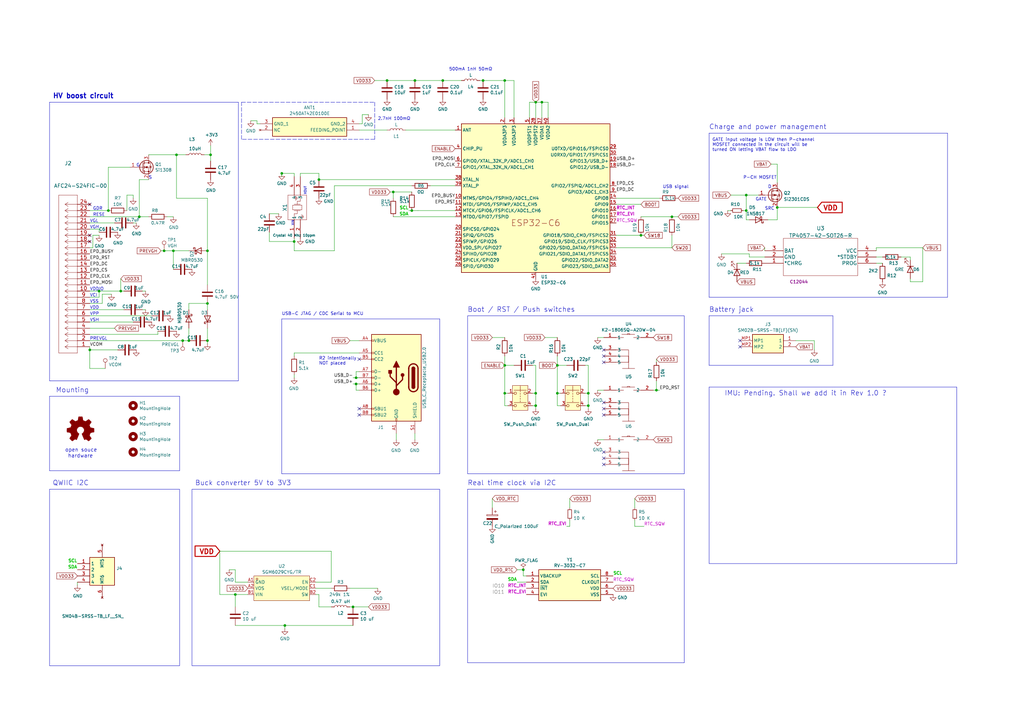
<source format=kicad_sch>
(kicad_sch (version 20230121) (generator eeschema)
  (paper "A3")
  (title_block (title "ESP32C6 ULP low power") (date "2024-09-09") (rev "1.0") (company "FASANI CORP."))
  (junction (at 198.12 33.02))
  (junction (at 85.09 124.46))
  (junction (at 96.52 243.84))
  (junction (at 161.29 78.74))
  (junction (at 120.65 99.06))
  (junction (at 44.45 86.36))
  (junction (at 306.07 86.36))
  (junction (at 146.05 157.48))
  (junction (at 318.77 85.09))
  (junction (at 158.75 33.02))
  (junction (at 71.12 102.87))
  (junction (at 219.71 166.37))
  (junction (at 85.09 139.7))
  (junction (at 306.07 80.01))
  (junction (at 74.93 139.7))
  (junction (at 207.01 149.86))
  (junction (at 115.57 71.12))
  (junction (at 219.71 41.91))
  (junction (at 86.36 63.5))
  (junction (at 36.83 143.51))
  (junction (at 67.31 102.87))
  (junction (at 116.84 256.54))
  (junction (at 241.3 161.29))
  (junction (at 168.91 86.36))
  (junction (at 269.24 160.02))
  (junction (at 228.6 149.86))
  (junction (at 130.81 73.66))
  (junction (at 262.89 96.52))
  (junction (at 207.01 33.02))
  (junction (at 241.3 166.37))
  (junction (at 219.71 161.29))
  (junction (at 181.61 33.02))
  (junction (at 144.78 248.92))
  (junction (at 77.47 139.7))
  (junction (at 49.53 119.38))
  (junction (at 228.6 161.29))
  (junction (at 85.09 102.87))
  (junction (at 170.18 33.02))
  (junction (at 275.59 88.9))
  (junction (at 214.63 233.68))
  (junction (at 207.01 161.29))
  (junction (at 40.64 119.38))
  (junction (at 222.25 41.91))
  (junction (at 146.05 154.94))
  (junction (at 57.15 88.9))
  (junction (at 72.39 63.5))
  (no_connect (at 247.65 165.1))
  (no_connect (at 247.65 187.96))
  (no_connect (at 147.32 147.32))
  (no_connect (at 247.65 143.51))
  (no_connect (at 303.53 142.24))
  (no_connect (at 247.65 148.59))
  (no_connect (at 36.83 83.82))
  (no_connect (at 247.65 167.64))
  (no_connect (at 36.83 96.52))
  (no_connect (at 303.53 139.7))
  (no_connect (at 247.65 170.18))
  (no_connect (at 147.32 170.18))
  (no_connect (at 247.65 146.05))
  (no_connect (at 36.83 99.06))
  (no_connect (at 247.65 190.5))
  (no_connect (at 247.65 185.42))
  (no_connect (at 147.32 167.64))
  (wire (pts (xy 146.05 154.94) (xy 147.32 154.94)))
  (wire (pts (xy 207.01 149.86) (xy 207.01 161.29)))
  (wire (pts (xy 44.45 86.36) (xy 44.45 68.58)))
  (wire (pts (xy 52.07 80.01) (xy 54.61 80.01)))
  (wire (pts (xy 378.46 115.57) (xy 378.46 101.6)))
  (wire (pts (xy 207.01 161.29) (xy 207.01 166.37)))
  (wire (pts (xy 110.49 99.06) (xy 110.49 95.25)))
  (polyline (pts (xy 388.62 121.92) (xy 388.62 54.61)))
  (wire (pts (xy 67.31 102.87) (xy 71.12 102.87)))
  (polyline (pts (xy 153.67 57.15) (xy 99.06 57.15)) (stroke (width 0) (type dash)))
  (wire (pts (xy 120.65 144.78) (xy 120.65 146.05)))
  (wire (pts (xy 77.47 127) (xy 77.47 124.46)))
  (wire (pts (xy 307.34 104.14) (xy 295.91 104.14)))
  (wire (pts (xy 302.26 107.95) (xy 306.07 107.95)))
  (wire (pts (xy 161.29 88.9) (xy 186.69 88.9)))
  (wire (pts (xy 170.18 177.8) (xy 170.18 180.34)))
  (wire (pts (xy 144.78 248.92) (xy 151.13 248.92)))
  (wire (pts (xy 252.73 101.6) (xy 275.59 101.6)))
  (wire (pts (xy 260.35 204.47) (xy 260.35 208.28)))
  (wire (pts (xy 373.38 105.41) (xy 373.38 106.68)))
  (polyline (pts (xy 153.67 41.91) (xy 153.67 57.15)) (stroke (width 0) (type dash)))
  (wire (pts (xy 85.09 124.46) (xy 85.09 127)))
  (polyline (pts (xy 99.06 57.15) (xy 99.06 41.91)) (stroke (width 0) (type dash)))
  (wire (pts (xy 36.83 143.51) (xy 48.26 143.51)))
  (wire (pts (xy 72.39 63.5) (xy 76.2 63.5)))
  (wire (pts (xy 130.81 248.92) (xy 135.89 248.92)))
  (wire (pts (xy 314.96 90.17) (xy 318.77 90.17)))
  (wire (pts (xy 143.51 241.3) (xy 154.94 241.3)))
  (polyline (pts (xy 115.57 194.31) (xy 115.57 130.81)))
  (wire (pts (xy 269.24 156.21) (xy 269.24 160.02)))
  (wire (pts (xy 36.83 142.24) (xy 36.83 143.51)))
  (wire (pts (xy 207.01 48.26) (xy 207.01 33.02)))
  (wire (pts (xy 306.07 90.17) (xy 307.34 90.17)))
  (wire (pts (xy 241.3 167.64) (xy 241.3 166.37)))
  (wire (pts (xy 334.01 143.51) (xy 334.01 139.7)))
  (wire (pts (xy 245.11 138.43) (xy 247.65 138.43)))
  (wire (pts (xy 57.15 73.66) (xy 60.96 73.66)))
  (polyline (pts (xy 191.77 200.66) (xy 280.67 200.66)))
  (wire (pts (xy 252.73 81.28) (xy 270.51 81.28)))
  (wire (pts (xy 196.85 33.02) (xy 198.12 33.02)))
  (wire (pts (xy 40.64 93.98) (xy 40.64 95.25)))
  (wire (pts (xy 207.01 161.29) (xy 208.28 161.29)))
  (wire (pts (xy 171.45 86.36) (xy 186.69 86.36)))
  (wire (pts (xy 222.25 41.91) (xy 219.71 41.91)))
  (wire (pts (xy 85.09 134.62) (xy 85.09 139.7)))
  (wire (pts (xy 207.01 33.02) (xy 198.12 33.02)))
  (wire (pts (xy 101.6 243.84) (xy 96.52 243.84)))
  (wire (pts (xy 96.52 256.54) (xy 116.84 256.54)))
  (wire (pts (xy 85.09 102.87) (xy 85.09 81.28)))
  (wire (pts (xy 228.6 161.29) (xy 229.87 161.29)))
  (wire (pts (xy 64.77 137.16) (xy 64.77 135.89)))
  (wire (pts (xy 378.46 115.57) (xy 373.38 115.57)))
  (wire (pts (xy 40.64 121.92) (xy 40.64 119.38)))
  (wire (pts (xy 168.91 76.2) (xy 137.16 76.2)))
  (wire (pts (xy 168.91 86.36) (xy 171.45 86.36)) (stroke (width 0) (color 0 132 0 1)))
  (wire (pts (xy 228.6 161.29) (xy 228.6 166.37)))
  (wire (pts (xy 130.81 243.84) (xy 130.81 248.92)))
  (wire (pts (xy 148.59 46.99) (xy 148.59 50.8)))
  (wire (pts (xy 71.12 102.87) (xy 77.47 102.87)))
  (polyline (pts (xy 73.66 193.04) (xy 20.32 193.04)))
  (wire (pts (xy 86.36 59.69) (xy 86.36 63.5)))
  (wire (pts (xy 66.04 102.87) (xy 67.31 102.87)))
  (wire (pts (xy 260.35 213.36) (xy 260.35 215.9)))
  (wire (pts (xy 298.45 86.36) (xy 299.72 86.36)))
  (wire (pts (xy 223.52 138.43) (xy 228.6 138.43)))
  (wire (pts (xy 269.24 160.02) (xy 267.97 160.02)))
  (wire (pts (xy 151.13 46.99) (xy 148.59 46.99)))
  (wire (pts (xy 260.35 215.9) (xy 264.16 215.9)))
  (wire (pts (xy 153.67 33.02) (xy 158.75 33.02)))
  (wire (pts (xy 201.93 208.28) (xy 201.93 204.47)))
  (wire (pts (xy 224.79 48.26) (xy 224.79 41.91)))
  (wire (pts (xy 228.6 149.86) (xy 228.6 161.29)))
  (wire (pts (xy 105.41 50.8) (xy 105.41 49.53)))
  (wire (pts (xy 36.83 101.6) (xy 38.1 101.6)))
  (wire (pts (xy 373.38 114.3) (xy 373.38 115.57)))
  (wire (pts (xy 49.53 119.38) (xy 50.8 119.38)))
  (wire (pts (xy 306.07 86.36) (xy 306.07 90.17)))
  (wire (pts (xy 262.89 88.9) (xy 275.59 88.9)))
  (wire (pts (xy 214.63 236.22) (xy 214.63 233.68)))
  (wire (pts (xy 130.81 71.12) (xy 130.81 73.66)))
  (wire (pts (xy 269.24 147.32) (xy 269.24 148.59)))
  (wire (pts (xy 369.57 105.41) (xy 373.38 105.41)))
  (wire (pts (xy 36.83 151.13) (xy 43.18 151.13)))
  (wire (pts (xy 146.05 160.02) (xy 146.05 157.48)))
  (polyline (pts (xy 180.34 130.81) (xy 180.34 194.31)))
  (wire (pts (xy 262.89 96.52) (xy 252.73 96.52)))
  (wire (pts (xy 146.05 152.4) (xy 146.05 154.94)))
  (wire (pts (xy 219.71 166.37) (xy 219.71 161.29)))
  (wire (pts (xy 161.29 78.74) (xy 168.91 78.74)))
  (wire (pts (xy 219.71 166.37) (xy 218.44 166.37)))
  (wire (pts (xy 241.3 161.29) (xy 241.3 149.86)))
  (wire (pts (xy 222.25 41.91) (xy 222.25 48.26)))
  (wire (pts (xy 245.11 160.02) (xy 247.65 160.02)))
  (wire (pts (xy 60.96 88.9) (xy 57.15 88.9)))
  (wire (pts (xy 93.98 233.68) (xy 96.52 233.68)))
  (wire (pts (xy 129.54 243.84) (xy 130.81 243.84)))
  (wire (pts (xy 85.09 81.28) (xy 72.39 81.28)))
  (wire (pts (xy 96.52 238.76) (xy 101.6 238.76)))
  (wire (pts (xy 146.05 157.48) (xy 147.32 157.48)))
  (wire (pts (xy 210.82 48.26) (xy 210.82 33.02)))
  (wire (pts (xy 144.78 154.94) (xy 146.05 154.94)))
  (wire (pts (xy 90.17 226.06) (xy 135.89 226.06)))
  (wire (pts (xy 158.75 33.02) (xy 170.18 33.02)))
  (wire (pts (xy 115.57 71.12) (xy 120.65 71.12)))
  (wire (pts (xy 241.3 161.29) (xy 240.03 161.29)))
  (wire (pts (xy 143.51 248.92) (xy 144.78 248.92)))
  (wire (pts (xy 212.09 238.76) (xy 215.9 238.76)))
  (wire (pts (xy 72.39 63.5) (xy 60.96 63.5)))
  (wire (pts (xy 90.17 243.84) (xy 90.17 226.06)))
  (wire (pts (xy 201.93 138.43) (xy 207.01 138.43)))
  (wire (pts (xy 74.93 139.7) (xy 77.47 139.7)))
  (polyline (pts (xy 341.63 129.54) (xy 341.63 149.86)))
  (wire (pts (xy 359.41 101.6) (xy 359.41 102.87)))
  (wire (pts (xy 147.32 152.4) (xy 146.05 152.4)))
  (wire (pts (xy 54.61 80.01) (xy 54.61 81.28)))
  (wire (pts (xy 71.12 110.49) (xy 71.12 102.87)))
  (wire (pts (xy 36.83 132.08) (xy 54.61 132.08)))
  (wire (pts (xy 36.83 86.36) (xy 44.45 86.36)))
  (wire (pts (xy 96.52 248.92) (xy 96.52 243.84)))
  (wire (pts (xy 318.77 67.31) (xy 318.77 74.93)))
  (wire (pts (xy 129.54 238.76) (xy 135.89 238.76)))
  (wire (pts (xy 31.75 240.03) (xy 31.75 238.76)))
  (wire (pts (xy 36.83 91.44) (xy 46.99 91.44)))
  (wire (pts (xy 52.07 86.36) (xy 52.07 80.01)))
  (wire (pts (xy 36.83 139.7) (xy 74.93 139.7)))
  (wire (pts (xy 120.65 71.12) (xy 120.65 72.39)))
  (wire (pts (xy 210.82 33.02) (xy 207.01 33.02)))
  (wire (pts (xy 313.69 101.6) (xy 313.69 102.87)))
  (wire (pts (xy 36.83 137.16) (xy 64.77 137.16)))
  (wire (pts (xy 207.01 149.86) (xy 210.82 149.86)))
  (wire (pts (xy 36.83 129.54) (xy 62.23 129.54)))
  (polyline (pts (xy 20.32 162.56) (xy 73.66 162.56)))
  (polyline (pts (xy 280.67 271.78) (xy 280.67 200.66)))
  (wire (pts (xy 36.83 121.92) (xy 40.64 121.92)))
  (wire (pts (xy 316.23 67.31) (xy 318.77 67.31)))
  (wire (pts (xy 361.95 105.41) (xy 359.41 105.41)))
  (polyline (pts (xy 290.83 54.61) (xy 290.83 121.92)))
  (wire (pts (xy 86.36 63.5) (xy 86.36 66.04)))
  (wire (pts (xy 58.42 127) (xy 59.69 127)))
  (wire (pts (xy 40.64 119.38) (xy 49.53 119.38)))
  (wire (pts (xy 49.53 114.3) (xy 49.53 119.38)))
  (wire (pts (xy 105.41 50.8) (xy 106.68 50.8)))
  (wire (pts (xy 41.91 120.65) (xy 45.72 120.65)))
  (wire (pts (xy 228.6 149.86) (xy 232.41 149.86)))
  (wire (pts (xy 148.59 50.8) (xy 147.32 50.8)))
  (wire (pts (xy 85.09 102.87) (xy 85.09 116.84)))
  (wire (pts (xy 307.34 105.41) (xy 307.34 104.14)))
  (wire (pts (xy 232.41 215.9) (xy 233.68 215.9)))
  (wire (pts (xy 71.12 88.9) (xy 68.58 88.9)))
  (wire (pts (xy 96.52 233.68) (xy 96.52 238.76)))
  (wire (pts (xy 378.46 101.6) (xy 359.41 101.6)))
  (wire (pts (xy 115.57 72.39) (xy 115.57 71.12)))
  (wire (pts (xy 59.69 119.38) (xy 58.42 119.38)))
  (wire (pts (xy 77.47 134.62) (xy 77.47 139.7)))
  (wire (pts (xy 219.71 161.29) (xy 219.71 149.86)))
  (wire (pts (xy 359.41 107.95) (xy 361.95 107.95)))
  (wire (pts (xy 77.47 124.46) (xy 85.09 124.46)))
  (wire (pts (xy 120.65 99.06) (xy 120.65 97.79)))
  (wire (pts (xy 123.19 71.12) (xy 123.19 72.39)))
  (wire (pts (xy 120.65 99.06) (xy 110.49 99.06)))
  (wire (pts (xy 160.02 78.74) (xy 161.29 78.74)))
  (wire (pts (xy 318.77 85.09) (xy 335.28 85.09)))
  (wire (pts (xy 181.61 33.02) (xy 189.23 33.02)))
  (wire (pts (xy 166.37 53.34) (xy 186.69 53.34)))
  (wire (pts (xy 228.6 146.05) (xy 228.6 149.86)))
  (wire (pts (xy 219.71 161.29) (xy 218.44 161.29)))
  (wire (pts (xy 123.19 71.12) (xy 130.81 71.12)))
  (wire (pts (xy 270.51 160.02) (xy 269.24 160.02)))
  (wire (pts (xy 275.59 96.52) (xy 275.59 101.6)))
  (wire (pts (xy 38.1 96.52) (xy 40.64 96.52)))
  (wire (pts (xy 241.3 149.86) (xy 240.03 149.86)))
  (wire (pts (xy 129.54 241.3) (xy 135.89 241.3)))
  (wire (pts (xy 147.32 144.78) (xy 120.65 144.78)))
  (wire (pts (xy 219.71 167.64) (xy 219.71 166.37)))
  (wire (pts (xy 41.91 124.46) (xy 41.91 120.65)))
  (wire (pts (xy 217.17 41.91) (xy 217.17 48.26)))
  (wire (pts (xy 207.01 166.37) (xy 208.28 166.37)))
  (polyline (pts (xy 290.83 54.61) (xy 388.62 54.61)))
  (wire (pts (xy 212.09 233.68) (xy 214.63 233.68)))
  (wire (pts (xy 304.8 86.36) (xy 306.07 86.36)))
  (wire (pts (xy 162.56 177.8) (xy 162.56 180.34)))
  (wire (pts (xy 38.1 101.6) (xy 38.1 96.52)))
  (wire (pts (xy 85.09 140.97) (xy 85.09 139.7)))
  (polyline (pts (xy 191.77 271.78) (xy 280.67 271.78)))
  (wire (pts (xy 262.89 83.82) (xy 252.73 83.82)))
  (wire (pts (xy 55.88 91.44) (xy 54.61 91.44)))
  (polyline (pts (xy 290.83 129.54) (xy 290.83 149.86)))
  (wire (pts (xy 57.15 73.66) (xy 57.15 88.9)))
  (wire (pts (xy 299.72 80.01) (xy 306.07 80.01)))
  (wire (pts (xy 219.71 41.91) (xy 217.17 41.91)))
  (wire (pts (xy 36.83 119.38) (xy 40.64 119.38)))
  (wire (pts (xy 245.11 180.34) (xy 247.65 180.34)))
  (wire (pts (xy 130.81 73.66) (xy 186.69 73.66)))
  (wire (pts (xy 116.84 256.54) (xy 116.84 257.81)))
  (polyline (pts (xy 290.83 121.92) (xy 388.62 121.92)))
  (wire (pts (xy 241.3 166.37) (xy 240.03 166.37)))
  (wire (pts (xy 147.32 160.02) (xy 146.05 160.02)))
  (wire (pts (xy 207.01 146.05) (xy 207.01 149.86)))
  (wire (pts (xy 318.77 90.17) (xy 318.77 85.09)))
  (wire (pts (xy 36.83 88.9) (xy 57.15 88.9)))
  (polyline (pts (xy 290.83 129.54) (xy 341.63 129.54)))
  (wire (pts (xy 144.78 157.48) (xy 146.05 157.48)))
  (wire (pts (xy 313.69 105.41) (xy 307.34 105.41)))
  (wire (pts (xy 306.07 80.01) (xy 306.07 86.36)))
  (polyline (pts (xy 73.66 162.56) (xy 73.66 193.04)))
  (wire (pts (xy 176.53 76.2) (xy 186.69 76.2)))
  (wire (pts (xy 161.29 78.74) (xy 161.29 81.28)))
  (wire (pts (xy 44.45 68.58) (xy 53.34 68.58)))
  (polyline (pts (xy 341.63 149.86) (xy 290.83 149.86)))
  (wire (pts (xy 278.13 88.9) (xy 275.59 88.9)))
  (wire (pts (xy 233.68 204.47) (xy 233.68 208.28)))
  (wire (pts (xy 135.89 238.76) (xy 135.89 226.06)))
  (wire (pts (xy 233.68 215.9) (xy 233.68 213.36)))
  (wire (pts (xy 72.39 81.28) (xy 72.39 63.5)))
  (wire (pts (xy 36.83 143.51) (xy 36.83 151.13)))
  (wire (pts (xy 36.83 127) (xy 50.8 127)))
  (wire (pts (xy 334.01 139.7) (xy 326.39 139.7)))
  (wire (pts (xy 215.9 236.22) (xy 214.63 236.22)))
  (wire (pts (xy 143.51 139.7) (xy 147.32 139.7)))
  (wire (pts (xy 36.83 124.46) (xy 41.91 124.46)))
  (wire (pts (xy 137.16 102.87) (xy 120.65 102.87)))
  (wire (pts (xy 219.71 149.86) (xy 218.44 149.86)))
  (wire (pts (xy 46.99 134.62) (xy 36.83 134.62)))
  (wire (pts (xy 120.65 102.87) (xy 120.65 99.06)))
  (wire (pts (xy 224.79 41.91) (xy 222.25 41.91)))
  (polyline (pts (xy 191.77 200.66) (xy 191.77 271.78)))
  (polyline (pts (xy 115.57 194.31) (xy 180.34 194.31)))
  (wire (pts (xy 120.65 154.94) (xy 120.65 153.67)))
  (polyline (pts (xy 20.32 162.56) (xy 20.32 193.04)))
  (wire (pts (xy 36.83 93.98) (xy 40.64 93.98)))
  (wire (pts (xy 83.82 63.5) (xy 86.36 63.5)))
  (wire (pts (xy 170.18 33.02) (xy 181.61 33.02)))
  (wire (pts (xy 144.78 256.54) (xy 116.84 256.54)))
  (polyline (pts (xy 99.06 41.91) (xy 153.67 41.91)) (stroke (width 0) (type dash)))
  (wire (pts (xy 137.16 76.2) (xy 137.16 102.87)))
  (wire (pts (xy 96.52 243.84) (xy 90.17 243.84)))
  (wire (pts (xy 158.75 53.34) (xy 147.32 53.34)))
  (wire (pts (xy 167.64 86.36) (xy 168.91 86.36)) (stroke (width 0) (color 0 132 0 1)))
  (wire (pts (xy 105.41 49.53) (xy 102.87 49.53)))
  (wire (pts (xy 228.6 166.37) (xy 229.87 166.37)))
  (wire (pts (xy 306.07 80.01) (xy 311.15 80.01)))
  (wire (pts (xy 219.71 41.91) (xy 219.71 48.26)))
  (polyline (pts (xy 115.57 130.81) (xy 180.34 130.81)))
  (wire (pts (xy 241.3 166.37) (xy 241.3 161.29)))
  (wire (pts (xy 264.16 96.52) (xy 262.89 96.52)))
  (wire (pts (xy 114.3 87.63) (xy 110.49 87.63)))
  (rectangle (start 20.32 200.66) (end 73.66 273.05))
  (rectangle (start 20.32 41.91) (end 97.79 156.21))
  (rectangle (start 78.74 200.66) (end 180.34 273.05))
  (rectangle (start 191.77 129.54) (end 280.67 194.31))
  (rectangle (start 290.83 158.75) (end 392.43 231.14))
  (text "USB-C JTAG / CDC Serial to MCU" (at 115.57 129.54 0) (effects (font (size 1.27 1.27)) (justify left bottom)))
  (text "D" (at 314.96 77.47 0) (effects (font (size 1.27 1.27)) (justify left bottom)))
  (text "Mounting" (at 22.86 161.29 0) (effects (font (size 2 2)) (justify left bottom)))
  (text "IO10" (at 201.93 241.3 0) (effects (font (size 1.4 1.4)) (justify left bottom)))
  (text "VGH" (at 36.83 93.98 0) (effects (font (size 1.27 1.27)) (justify left bottom)))
  (text "RESE" (at 38.1 88.9 0) (effects (font (size 1.27 1.27)) (justify left bottom)))
  (text "IMU: Pending. Shall we add it in Rev 1.0 ?" (at 297.18 162.56 0) (effects (font (size 2 2)) (justify left bottom)))
  (text "G" (at 55.88 68.58 0) (effects (font (size 1.27 1.27)) (justify left bottom)))
  (text "VGL" (at 36.83 91.44 0) (effects (font (size 1.27 1.27)) (justify left bottom)))
  (text "HV boost circuit" (at 21.59 40.64 0) (effects (font (size 2 2) (thickness 0.4) bold) (justify left bottom)))
  (text "Buck converter 5V to 3V3" (at 80.01 199.39 0) (effects (font (size 2 2)) (justify left bottom)))
  (text "XOUT" (at 125.73 80.01 90) (effects (font (size 0.9 0.9)) (justify left bottom)))
  (text "Real time clock via I2C" (at 191.77 199.39 0) (effects (font (size 2 2)) (justify left bottom)))
  (text "500mA 1nH 50mΩ" (at 184.15 29.21 0) (effects (font (size 1.27 1.27)) (justify left bottom)))
  (text "VSH" (at 36.83 132.08 0) (effects (font (size 1.27 1.27)) (justify left bottom)))
  (text "VPP" (at 36.83 129.54 0) (effects (font (size 1.27 1.27)) (justify left bottom)))
  (text "QWIIC I2C" (at 21.59 199.39 0) (effects (font (size 2 2)) (justify left bottom)))
  (text "SRC" (at 313.69 86.36 0) (effects (font (size 1.27 1.27)) (justify left bottom)))
  (text "GATE" (at 309.88 82.55 0) (effects (font (size 1.27 1.27)) (justify left bottom)))
  (text "open souce\n hardware" (at 26.67 187.96 0) (effects (font (size 1.5 1.5)) (justify left bottom)))
  (text "GDR" (at 38.1 86.36 0) (effects (font (size 1.27 1.27)) (justify left bottom)))
  (text "P-CH MOSFET" (at 304.8 73.66 0) (effects (font (size 1.27 1.27)) (justify left bottom)))
  (text "R2 intentionally\nNOT placed" (at 130.81 149.86 0) (effects (font (size 1.27 1.27)) (justify left bottom)))
  (text "Battery jack" (at 290.83 128.27 0) (effects (font (size 2 2)) (justify left bottom)))
  (text "IO11" (at 201.93 243.84 0) (effects (font (size 1.4 1.4)) (justify left bottom)))
  (text "Boot / RST / Push switches" (at 191.77 128.27 0) (effects (font (size 2 2)) (justify left bottom)))
  (text "VDDIO" (at 36.83 119.38 0) (effects (font (size 1.27 1.27)) (justify left bottom)))
  (text "GATE input voltage is LOW then P-channel \nMOSFET connected in the circuit will be \nturned ON letting VBAT flow to LDO" (at 292.1 62.23 0) (effects (font (size 1.27 1.27)) (justify left bottom)))
  (text "USB signal" (at 271.78 77.47 0) (effects (font (size 1.27 1.27)) (justify left bottom)))
  (text "PREVGL" (at 36.83 139.7 0) (effects (font (size 1.27 1.27)) (justify left bottom)))
  (text "XIN" (at 120.65 92.71 90) (effects (font (size 0.9 0.9)) (justify left bottom)))
  (text "2.7nH 100mΩ" (at 154.94 49.53 0) (effects (font (size 1.27 1.27)) (justify left bottom)))
  (text "VSS" (at 36.83 124.46 0) (effects (font (size 1.27 1.27)) (justify left bottom)))
  (text "VCI" (at 36.83 121.92 0) (effects (font (size 1.27 1.27)) (justify left bottom)))
  (text "Charge and power management" (at 290.83 53.34 0) (effects (font (size 2 2)) (justify left bottom)))
  (text "S" (at 60.96 73.66 0) (effects (font (size 1.27 1.27)) (justify left bottom)))
  (text "VDD" (at 36.83 127 0) (effects (font (size 1.27 1.27)) (justify left bottom)))
  (label "EPD_BUSY" (at 36.83 104.14 0))
  (label "EPD_MOSI" (at 36.83 116.84 0))
  (label "VCOM" (at 36.83 142.24 0))
  (label "EPD_CS" (at 36.83 111.76 0))
  (label "SCL" (at 167.64 86.36 180) (effects (font (thickness 0.254) bold)))
  (label "SDA" (at 31.75 233.68 180) (effects (font (thickness 0.254) bold)))
  (label "EPD_RST" (at 36.83 106.68 0))
  (label "USB_D+" (at 144.78 157.48 180))
  (label "EPD_RST" (at 186.69 83.82 180))
  (label "EPD_CLK" (at 36.83 114.3 0))
  (label "RTC_EVI" (at 232.41 215.9 180) (effects (font (thickness 0.254) bold)))
  (label "SDA" (at 212.09 238.76 180) (effects (font (thickness 0.254) bold)))
  (label "EPD_DC" (at 252.73 78.74 0))
  (label "RTC_SQW" (at 251.46 238.76 0))
  (label "RTC_EVI" (at 252.73 88.9 0) (effects (font (thickness 0.254) bold)))
  (label "EPD_DC" (at 36.83 109.22 0))
  (label "SCL" (at 31.75 231.14 180) (effects (font (thickness 0.254) bold)))
  (label "EPD_MOSI" (at 186.69 66.04 180))
  (label "EPD_CS" (at 252.73 76.2 0))
  (label "USB_D+" (at 252.73 66.04 0))
  (label "RTC_SQW" (at 252.73 91.44 0))
  (label "EPD_RST" (at 270.51 160.02 0))
  (label "USB_D-" (at 144.78 154.94 180))
  (label "RTC_EVI" (at 215.9 243.84 180) (effects (font (thickness 0.254) bold)))
  (label "SDA" (at 167.64 88.9 180) (effects (font (thickness 0.254) bold)))
  (label "RTC_INT" (at 215.9 241.3 180) (effects (font (thickness 0.254) bold)))
  (label "RTC_INT" (at 252.73 86.36 0) (effects (font (thickness 0.254) bold)))
  (label "USB_D-" (at 252.73 68.58 0))
  (label "SCL" (at 251.46 236.22 0) (effects (font (thickness 0.254) bold)))
  (label "RTC_SQW" (at 264.16 215.9 0))
  (label "EPD_CLK" (at 186.69 68.58 180))
  (label "EPD_BUSY" (at 186.69 81.28 180))
  (global_label "PREVGH" (shape input) (at 46.99 134.62 0) (property "Intersheetrefs" "${INTERSHEET_REFS}" (effects hide)))
  (global_label "VBUS" (shape input) (at 378.46 101.6 0) (property "Intersheetrefs" "${INTERSHEET_REFS}" (effects hide)))
  (global_label "VBAT" (shape input) (at 313.69 101.6 180) (property "Intersheetrefs" "${INTERSHEET_REFS}" (effects hide)))
  (global_label "VDD_RTC" (shape input) (at 212.09 233.68 180) (property "Intersheetrefs" "${INTERSHEET_REFS}" (effects hide)))
  (global_label "VDD33" (shape input) (at 101.6 241.3 180) (property "Intersheetrefs" "${INTERSHEET_REFS}" (effects hide)) (property "Referenzen zwischen Schaltplänen" "${INTERSHEET_REFS}" (effects hide)))
  (global_label "VBUS" (shape input) (at 143.51 139.7 180) (property "Intersheetrefs" "${INTERSHEET_REFS}" (effects hide)) (property "Referenzen zwischen Schaltplänen" "${INTERSHEET_REFS}" (effects hide)))
  (global_label "SW20" (shape input) (at 275.59 101.6 0) (property "Intersheetrefs" "${INTERSHEET_REFS}" (effects hide)))
  (global_label "ENABLE" (shape input) (at 186.69 60.96 180) (property "Intersheetrefs" "${INTERSHEET_REFS}" (effects hide)))
  (global_label "SW20" (shape input) (at 267.97 180.34 0) (property "Intersheetrefs" "${INTERSHEET_REFS}" (effects hide)))
  (global_label "BOOT" (shape input) (at 228.6 149.86 180) (property "Intersheetrefs" "${INTERSHEET_REFS}" (effects hide)))
  (global_label "VDD" (shape input) (at 90.17 226.06 180) (effects (font (size 2 2) (thickness 0.4) bold)) (property "Intersheetrefs" "${INTERSHEET_REFS}" (effects hide)))
  (global_label "BOOT" (shape input) (at 262.89 83.82 0) (property "Intersheetrefs" "${INTERSHEET_REFS}" (effects hide)))
  (global_label "VDD" (shape input) (at 335.28 85.09 0) (effects (font (size 2 2) (thickness 0.4) bold)) (property "Intersheetrefs" "${INTERSHEET_REFS}" (effects hide)))
  (global_label "VDD33" (shape input) (at 31.75 236.22 180) (property "Intersheetrefs" "${INTERSHEET_REFS}" (effects hide)) (property "Referenzen zwischen Schaltplänen" "${INTERSHEET_REFS}" (effects hide)))
  (global_label "VDD33" (shape input) (at 219.71 41.91 90) (property "Intersheetrefs" "${INTERSHEET_REFS}" (effects hide)) (property "Referenzen zwischen Schaltplänen" "${INTERSHEET_REFS}" (effects hide)))
  (global_label "VDD33" (shape input) (at 260.35 204.47 0) (property "Intersheetrefs" "${INTERSHEET_REFS}" (effects hide)) (property "Referenzen zwischen Schaltplänen" "${INTERSHEET_REFS}" (effects hide)))
  (global_label "ENABLE" (shape input) (at 207.01 149.86 180) (property "Intersheetrefs" "${INTERSHEET_REFS}" (effects hide)))
  (global_label "VBUS" (shape input) (at 302.26 115.57 0) (property "Intersheetrefs" "${INTERSHEET_REFS}" (effects hide)))
  (global_label "VDD33" (shape input) (at 201.93 138.43 180) (property "Intersheetrefs" "${INTERSHEET_REFS}" (effects hide)) (property "Referenzen zwischen Schaltplänen" "${INTERSHEET_REFS}" (effects hide)))
  (global_label "VDD33" (shape input) (at 278.13 81.28 0) (property "Intersheetrefs" "${INTERSHEET_REFS}" (effects hide)) (property "Referenzen zwischen Schaltplänen" "${INTERSHEET_REFS}" (effects hide)))
  (global_label "VDD33" (shape input) (at 153.67 33.02 180) (property "Intersheetrefs" "${INTERSHEET_REFS}" (effects hide)) (property "Referenzen zwischen Schaltplänen" "${INTERSHEET_REFS}" (effects hide)))
  (global_label "VDD33" (shape input) (at 151.13 248.92 0) (property "Intersheetrefs" "${INTERSHEET_REFS}" (effects hide)) (property "Referenzen zwischen Schaltplänen" "${INTERSHEET_REFS}" (effects hide)))
  (global_label "VDD33" (shape input) (at 233.68 204.47 0) (property "Intersheetrefs" "${INTERSHEET_REFS}" (effects hide)) (property "Referenzen zwischen Schaltplänen" "${INTERSHEET_REFS}" (effects hide)))
  (global_label "VDD33" (shape input) (at 251.46 241.3 0) (property "Intersheetrefs" "${INTERSHEET_REFS}" (effects hide)) (property "Referenzen zwischen Schaltplänen" "${INTERSHEET_REFS}" (effects hide)))
  (global_label "VDD33" (shape input) (at 269.24 147.32 0) (property "Intersheetrefs" "${INTERSHEET_REFS}" (effects hide)) (property "Referenzen zwischen Schaltplänen" "${INTERSHEET_REFS}" (effects hide)))
  (global_label "VDD_RTC" (shape input) (at 201.93 204.47 0) (property "Intersheetrefs" "${INTERSHEET_REFS}" (effects hide)))
  (global_label "SW18" (shape input) (at 267.97 138.43 0) (property "Intersheetrefs" "${INTERSHEET_REFS}" (effects hide)))
  (global_label "VDD33" (shape input) (at 278.13 88.9 0) (property "Intersheetrefs" "${INTERSHEET_REFS}" (effects hide)) (property "Referenzen zwischen Schaltplänen" "${INTERSHEET_REFS}" (effects hide)))
  (global_label "VDD33" (shape input) (at 49.53 114.3 0) (property "Intersheetrefs" "${INTERSHEET_REFS}" (effects hide)) (property "Referenzen zwischen Schaltplänen" "${INTERSHEET_REFS}" (effects hide)))
  (global_label "SW18" (shape input) (at 264.16 96.52 0) (property "Intersheetrefs" "${INTERSHEET_REFS}" (effects hide)))
  (global_label "VBAT" (shape input) (at 316.23 67.31 180) (property "Intersheetrefs" "${INTERSHEET_REFS}" (effects hide)))
  (global_label "VBAT" (shape input) (at 326.39 142.24 0) (property "Intersheetrefs" "${INTERSHEET_REFS}" (effects hide)))
  (global_label "VDD33" (shape input) (at 223.52 138.43 180) (property "Intersheetrefs" "${INTERSHEET_REFS}" (effects hide)) (property "Referenzen zwischen Schaltplänen" "${INTERSHEET_REFS}" (effects hide)))
  (global_label "VBUS" (shape input) (at 299.72 80.01 180) (property "Intersheetrefs" "${INTERSHEET_REFS}" (effects hide)))
  (global_label "PREVGH" (shape input) (at 66.04 102.87 180) (property "Intersheetrefs" "${INTERSHEET_REFS}" (effects hide)))
  (global_label "VDD33" (shape input) (at 160.02 78.74 180) (property "Intersheetrefs" "${INTERSHEET_REFS}" (effects hide)) (property "Referenzen zwischen Schaltplänen" "${INTERSHEET_REFS}" (effects hide)))
  (symbol (lib_id "QWIIC:SM04B-SRSS-TB_LF__SN_") (at 31.75 231.14 0) (unit 1)
    (property "Reference" "J4" (at 47.752 233.1029 0) (effects (justify left)))
    (property "Value" "SM04B-SRSS-TB_LF__SN_" (at 25.4 252.73 0) (effects (justify left)))
    (property "Footprint" "footprints:QWIIC_SM04B-SRSS-TB_LFSN_" (effects hide))
    (property "Datasheet" "http://www.jst-mfg.com/product/pdf/eng/eSH.pdf" (effects hide))
    (property "Height" "4 mm" (effects hide))
    (property "Manufacturer_Name" "JST (JAPAN SOLDERLESS TERMINALS)" (effects hide))
    (property "Manufacturer_Part_Number" "SM04B-SRSS-TB(LF)(SN)" (effects hide))
    (property "LCSC" "C160404" (effects hide))
  )
  (symbol (lib_id "easyeda:K2-1806SQ-A2DW-04") (at 257.81 165.1 0) (unit 1)
    (property "Reference" "U5" (at 257.81 154.4827 0))
    (property "Value" "K2-1806SQ-A2DW-04" (effects hide))
    (property "Footprint" "footprints:KEY-SMD_K2-1806SQ-A3DW-04" (effects hide))
    (property "LCSC Part" "C19100323" (effects hide))
  )
  (symbol (lib_id "Device:C") (at 58.42 132.08 270) (unit 1)
    (property "Reference" "C11" (at 55.88 130.81 90))
    (property "Value" "4.7uF" (at 62.23 130.81 90))
    (property "Footprint" "Capacitor_SMD:C_0805_2012Metric_Pad1.18x1.45mm_HandSolder" (effects hide))
    (property "LCSC" "C1779" (effects hide))
  )
  (symbol (lib_id "Device:R") (at 139.7 241.3 90) (unit 1)
    (property "Reference" "R3" (at 140.97 238.76 90) (effects (justify left)))
    (property "Value" "249k 1%" (at 143.51 243.84 90) (effects (justify left)))
    (property "Footprint" "Resistor_SMD:R_0603_1608Metric" (effects hide))
    (property "LCSC" "C6945215" (effects hide))
  )
  (symbol (lib_id "easyeda:K2-1806SQ-A2DW-04") (at 257.81 185.42 0) (unit 1)
    (property "Reference" "U6" (at 257.81 174.8027 0))
    (property "Value" "K2-1806SQ-A2DW-04" (effects hide))
    (property "Footprint" "footprints:KEY-SMD_K2-1806SQ-A3DW-04" (effects hide))
    (property "LCSC Part" "C19100323" (effects hide))
  )
  (symbol (lib_id "power:GND") (at 219.71 114.3 0) (unit 1)
    (property "Reference" "#PWR07" (effects hide))
    (property "Value" "GND" (at 219.71 118.4331 0))
  )
  (symbol (lib_id "Device:L") (at 162.56 53.34 90) (unit 1)
    (property "Reference" "L1" (at 162.56 55.88 90))
    (property "Value" "L" (at 162.56 51.1146 90))
    (property "Footprint" "Inductor_SMD:L_0603_1608Metric" (effects hide))
    (property "Datasheet" "https://jlcpcb.com/partdetail/ChilisinElec-BSCH001608082N7S00/C5252358" (effects hide))
    (property "LCSC" "C5252358" (effects hide))
  )
  (symbol (lib_id "power:GND") (at 170.18 180.34 0) (mirror y) (unit 1)
    (property "Reference" "#PWR04" (effects hide))
    (property "Value" "GND" (at 170.053 184.7342 0))
  )
  (symbol (lib_id "Switch:SW_Push_Dual") (at 234.95 163.83 0) (unit 1)
    (property "Reference" "SW2" (at 234.95 154.0977 0))
    (property "Value" "SW_Push_Dual" (at 234.95 173.99 0))
    (property "Footprint" "footprints:switch_SKSVCCE010" (effects hide))
    (property "LCSC" "C325005" (effects hide))
  )
  (symbol (lib_id "power:GND") (at 31.75 240.03 0) (unit 1)
    (property "Reference" "#PWR020" (effects hide))
    (property "Value" "GND" (at 31.877 244.4242 0))
  )
  (symbol (lib_id "power:GND") (at 93.98 233.68 0) (unit 1)
    (property "Reference" "#PWR08" (effects hide))
    (property "Value" "GND" (at 93.98 237.8131 0))
  )
  (symbol (lib_id "power:GND") (at 40.64 96.52 0) (unit 1)
    (property "Reference" "#PWR017" (effects hide))
    (property "Value" "GND" (at 40.767 100.9142 0))
  )
  (symbol (lib_id "power:GND") (at 55.88 143.51 0) (unit 1)
    (property "Reference" "#PWR023" (effects hide))
    (property "Value" "GND" (effects hide))
  )
  (symbol (lib_id "Device:C") (at 52.07 143.51 270) (unit 1)
    (property "Reference" "C8" (at 49.53 142.24 90))
    (property "Value" "1uF" (at 54.61 142.24 90))
    (property "Footprint" "Capacitor_SMD:C_0805_2012Metric_Pad1.18x1.45mm_HandSolder" (effects hide))
    (property "LCSC" "C28323" (effects hide))
  )
  (symbol (lib_id "Device:C") (at 50.8 91.44 270) (unit 1)
    (property "Reference" "C7" (at 48.26 90.17 90))
    (property "Value" "4.7uF" (at 54.61 90.17 90))
    (property "Footprint" "Capacitor_SMD:C_0805_2012Metric_Pad1.18x1.45mm_HandSolder" (effects hide))
    (property "LCSC" "C1779" (effects hide))
  )
  (symbol (lib_id "Mechanical:MountingHole") (at 54.61 172.72 0) (unit 1) (in_bom no)
    (property "Reference" "H2" (at 57.15 171.5516 0) (effects (justify left)))
    (property "Value" "MountingHole" (at 57.15 173.863 0) (effects (justify left)))
    (property "Footprint" "MountingHole:MountingHole_2.2mm_M2" (effects hide))
  )
  (symbol (lib_id "Device:C") (at 181.61 36.83 180) (unit 1)
    (property "Reference" "C20" (at 184.531 35.6616 0) (effects (justify right)))
    (property "Value" "0.1uF" (at 184.531 37.973 0) (effects (justify right)))
    (property "Footprint" "Capacitor_SMD:C_0603_1608Metric" (effects hide))
    (property "LCSC" "C327087" (effects hide))
  )
  (symbol (lib_id "power:GND") (at 115.57 71.12 0) (unit 1)
    (property "Reference" "#PWR015" (effects hide))
    (property "Value" "GND" (at 115.57 75.2531 0))
  )
  (symbol (lib_id "power:GND") (at 72.39 135.89 0) (unit 1)
    (property "Reference" "#PWR028" (effects hide))
    (property "Value" "GND" (effects hide))
  )
  (symbol (lib_id "Device:R") (at 365.76 105.41 270) (mirror x) (unit 1)
    (property "Reference" "R13" (at 364.49 107.95 90) (effects (justify left)))
    (property "Value" "5.1k" (at 363.22 105.41 90) (effects (justify left)))
    (property "Footprint" "Resistor_SMD:R_0603_1608Metric" (effects hide))
    (property "LCSC" "C23186" (effects hide))
  )
  (symbol (lib_id "Connector:USB_C_Receptacle_USB2.0") (at 162.56 154.94 0) (mirror y) (unit 1)
    (property "Reference" "J1" (at 156.21 175.26 0))
    (property "Value" "USB_C_Receptacle_USB2.0" (at 173.99 154.94 90))
    (property "Footprint" "footprints:USB_C_Receptacle_HRO_TYPE-C-31-M-12" (effects hide))
    (property "Datasheet" "https://www.usb.org/sites/default/files/documents/usb_type-c.zip" (effects hide))
    (property "LCSC" "C165948" (effects hide))
  )
  (symbol (lib_id "Device:C") (at 86.36 69.85 180) (unit 1)
    (property "Reference" "C17" (at 89.281 68.6816 0) (effects (justify right)))
    (property "Value" "4.7uF" (at 89.281 70.993 0) (effects (justify right)))
    (property "Footprint" "Capacitor_SMD:C_0603_1608Metric" (effects hide))
    (property "Datasheet" "https://jlcpcb.com/partdetail/97651-CL10A106MA8NRNC/C96446" (effects hide))
    (property "LCSC" "C19666" (effects hide))
  )
  (symbol (lib_id "Device:C") (at 110.49 91.44 0) (unit 1)
    (property "Reference" "C4" (at 109.22 88.9 0) (effects (justify right)))
    (property "Value" "22pF" (at 110.49 93.98 0) (effects (justify right)))
    (property "Footprint" "Capacitor_SMD:C_0603_1608Metric" (effects hide))
    (property "Datasheet" "https://jlcpcb.com/partdetail/Yageo-CC0603JRNPO7BN200/C2190570" (effects hide))
    (property "LCSC" "C561172" (effects hide))
  )
  (symbol (lib_id "RTC:RV-3032-C7") (at 215.9 236.22 0) (unit 1)
    (property "Reference" "Y1" (at 233.68 229.5357 0))
    (property "Value" "RV-3032-C7" (at 233.68 231.9599 0))
    (property "Footprint" "footprints:RV3032C7" (effects hide))
    (property "Datasheet" "https://www.microcrystal.com/fileadmin/Media/Products/RTC/Datasheet/RV-3032-C7.pdf" (effects hide))
    (property "LCSC" "C5127802" (effects hide))
    (property "Manufacturer_Name" "Micro Crystal AG" (effects hide))
  )
  (symbol (lib_id "power:GND") (at 69.85 129.54 0) (unit 1)
    (property "Reference" "#PWR027" (effects hide))
    (property "Value" "GND" (effects hide))
  )
  (symbol (lib_id "Antenna:2450AT42E0100E") (at 147.32 50.8 0) (mirror y) (unit 1)
    (property "Reference" "ANT1" (at 127 44.1157 0))
    (property "Value" "2450AT42E0100E" (at 127 46.5399 0))
    (property "Footprint" "footprints:2450AT42E0100E-ANT" (effects hide))
    (property "Datasheet" "https://www.johansontechnology.com/datasheets/2450AT42E0100/2450AT42E0100.pdf" (effects hide))
    (property "Height" "1.7" (effects hide))
    (property "Manufacturer_Name" "JOHANSON TECHNOLOGY" (effects hide))
    (property "Manufacturer_Part_Number" "2450AT42E0100E" (effects hide))
    (property "Mouser Part Number" "609-2450AT42E0100E" (effects hide))
    (property "Mouser Price/Stock" "https://www.mouser.co.uk/ProductDetail/Johanson-Technology/2450AT42E0100E?qs=EvbCu83THBA04V4752rG%2FA%3D%3D" (effects hide))
    (property "Arrow Part Number" "2450AT42E0100E" (effects hide))
    (property "Arrow Price/Stock" "https://www.arrow.com/en/products/2450at42e0100e/johanson-dielectrics?region=nac" (effects hide))
    (property "LCSC" "C3285081" (effects hide))
  )
  (symbol (lib_id "power:GND") (at 158.75 40.64 0) (unit 1)
    (property "Reference" "#PWR034" (effects hide))
    (property "Value" "GND" (at 158.75 44.7731 0))
  )
  (symbol (lib_id "Device:R") (at 120.65 149.86 0) (unit 1)
    (property "Reference" "R1" (at 122.428 148.6916 0) (effects (justify left)))
    (property "Value" "5.1k" (at 122.428 151.003 0) (effects (justify left)))
    (property "Footprint" "Resistor_SMD:R_0603_1608Metric" (effects hide))
    (property "LCSC" "C23186" (effects hide))
  )
  (symbol (lib_id "Diode:1N5817") (at 311.15 90.17 180) (unit 1)
    (property "Reference" "D5" (at 309.88 85.09 0) (effects (justify left)))
    (property "Value" "1N5817" (at 313.69 87.63 0) (effects (justify left)))
    (property "Footprint" "Diode_SMD:D_SOD-123" (effects hide))
    (property "Datasheet" "http://www.vishay.com/docs/88525/1n5817.pdf" (effects hide))
    (property "LCSC" " C8598" (effects hide))
  )
  (symbol (lib_id "power:GND") (at 245.11 138.43 0) (unit 1)
    (property "Reference" "#PWR043" (effects hide))
    (property "Value" "GND" (at 245.11 142.5631 0))
  )
  (symbol (lib_id "power:GND") (at 181.61 40.64 0) (unit 1)
    (property "Reference" "#PWR036" (effects hide))
    (property "Value" "GND" (at 181.61 44.7731 0))
  )
  (symbol (lib_id "Device:C") (at 236.22 149.86 90) (unit 1)
    (property "Reference" "C23" (at 231.14 147.32 90) (effects (justify right)))
    (property "Value" "22pF" (at 237.49 147.32 90) (effects (justify right)))
    (property "Footprint" "Capacitor_SMD:C_0603_1608Metric" (effects hide))
    (property "Datasheet" "https://jlcpcb.com/partdetail/Yageo-CC0603JRNPO7BN200/C2190570" (effects hide))
    (property "LCSC" "C561172" (effects hide))
  )
  (symbol (lib_id "power:GND") (at 251.46 243.84 0) (unit 1)
    (property "Reference" "#PWR012" (effects hide))
    (property "Value" "GND" (at 255.27 245.11 0))
  )
  (symbol (lib_id "power:GND") (at 154.94 241.3 0) (unit 1)
    (property "Reference" "#PWR09" (effects hide))
    (property "Value" "GND" (at 154.94 245.4331 0))
  )
  (symbol (lib_id "Transistor_FET:2N7002") (at 58.42 68.58 0) (unit 1)
    (property "Reference" "Q1" (at 63.6016 67.4116 0) (effects (justify left)))
    (property "Value" "Si1308" (at 63.6016 69.723 0) (effects (justify left)))
    (property "Footprint" "Package_TO_SOT_SMD:SOT-323_SC-70" (effects hide))
    (property "Datasheet" "https://www.onsemi.com/pub/Collateral/NDS7002A-D.PDF" (effects hide))
    (property "LCSC" "C469327" (effects hide))
  )
  (symbol (lib_id "power:GND") (at 198.12 40.64 0) (unit 1)
    (property "Reference" "#PWR037" (effects hide))
    (property "Value" "GND" (at 198.12 44.7731 0))
  )
  (symbol (lib_id "Device:C") (at 214.63 149.86 270) (unit 1)
    (property "Reference" "C1" (at 215.9 146.05 90) (effects (justify right)))
    (property "Value" "1uF" (at 219.71 148.59 90) (effects (justify right)))
    (property "Footprint" "Capacitor_SMD:C_0603_1608Metric" (effects hide))
    (property "LCSC" "C5457064" (effects hide))
  )
  (symbol (lib_id "Device:C") (at 158.75 36.83 180) (unit 1)
    (property "Reference" "C18" (at 161.671 35.6616 0) (effects (justify right)))
    (property "Value" "10uF" (at 161.671 37.973 0) (effects (justify right)))
    (property "Footprint" "Capacitor_SMD:C_0805_2012Metric" (effects hide))
    (property "LCSC" "C15850" (effects hide))
  )
  (symbol (lib_id "Device:LED") (at 302.26 111.76 270) (unit 1)
    (property "Reference" "D4" (at 300.99 111.76 90) (effects (justify right)))
    (property "Value" "RED" (at 307.34 111.76 90) (effects (justify right)))
    (property "Footprint" "LED_SMD:LED_0805_2012Metric" (effects hide))
    (property "LCSC" "C84256" (effects hide))
  )
  (symbol (lib_id "Switch:SW_Push_Dual") (at 213.36 163.83 0) (unit 1)
    (property "Reference" "SW1" (at 213.36 154.0977 0))
    (property "Value" "SW_Push_Dual" (at 213.36 173.99 0))
    (property "Footprint" "footprints:switch_SKSVCCE010" (effects hide))
    (property "LCSC" "C325005" (effects hide))
  )
  (symbol (lib_id "Device:C") (at 85.09 120.65 180) (unit 1)
    (property "Reference" "C16" (at 88.011 119.4816 0) (effects (justify right)))
    (property "Value" "4.7uF 50V" (at 88.011 121.793 0) (effects (justify right)))
    (property "Footprint" "Capacitor_SMD:C_0805_2012Metric_Pad1.18x1.45mm_HandSolder" (effects hide))
    (property "LCSC" "C1779" (effects hide))
  )
  (symbol (lib_id "Device:C") (at 170.18 36.83 180) (unit 1)
    (property "Reference" "C19" (at 173.101 35.6616 0) (effects (justify right)))
    (property "Value" "1uF" (at 173.101 37.973 0) (effects (justify right)))
    (property "Footprint" "Capacitor_SMD:C_0603_1608Metric" (effects hide))
    (property "LCSC" "C5457064" (effects hide))
  )
  (symbol (lib_id "Device:R_Small") (at 233.68 210.82 0) (unit 1)
    (property "Reference" "R4" (at 235.1786 209.9853 0) (effects (justify left)))
    (property "Value" "10 K" (at 235.1786 212.5222 0) (effects (justify left)))
    (property "Footprint" "Resistor_SMD:R_0603_1608Metric" (effects hide))
    (property "Datasheet" "https://datasheet.lcsc.com/lcsc/2206010045_UNI-ROYAL-Uniroyal-Elec-0603WAF1002T5E_C25804.pdf" (effects hide))
    (property "LCSC" "C25804" (effects hide))
  )
  (symbol (lib_id "Device:R") (at 207.01 142.24 180) (unit 1)
    (property "Reference" "R2" (at 204.47 140.97 90) (effects (justify left)))
    (property "Value" "10k" (at 209.55 140.97 90) (effects (justify left)))
    (property "Footprint" "Resistor_SMD:R_0402_1005Metric" (effects hide))
    (property "LCSC" "C4322213" (effects hide))
  )
  (symbol (lib_id "Device:C") (at 68.58 135.89 270) (unit 1)
    (property "Reference" "C13" (at 66.04 134.62 90))
    (property "Value" "4.7uF" (at 72.39 134.62 90))
    (property "Footprint" "Capacitor_SMD:C_0805_2012Metric_Pad1.18x1.45mm_HandSolder" (effects hide))
    (property "LCSC" "C1779" (effects hide))
  )
  (symbol (lib_id "power:GND") (at 54.61 81.28 0) (unit 1)
    (property "Reference" "#PWR021" (effects hide))
    (property "Value" "GND" (at 54.61 85.7234 0))
  )
  (symbol (lib_id "power:GND") (at 71.12 88.9 0) (unit 1)
    (property "Reference" "#PWR029" (effects hide))
    (property "Value" "GND" (at 71.247 93.2942 0))
  )
  (symbol (lib_id "Device:C") (at 54.61 127 270) (unit 1)
    (property "Reference" "C10" (at 52.07 125.73 90))
    (property "Value" "1uF" (at 57.15 125.73 90))
    (property "Footprint" "Capacitor_SMD:C_0805_2012Metric_Pad1.18x1.45mm_HandSolder" (effects hide))
    (property "LCSC" "C28323" (effects hide))
  )
  (symbol (lib_id "power:GND") (at 59.69 127 0) (unit 1)
    (property "Reference" "#PWR025" (effects hide))
    (property "Value" "GND" (effects hide))
  )
  (symbol (lib_id "power:GND") (at 114.3 87.63 0) (unit 1)
    (property "Reference" "#PWR014" (effects hide))
    (property "Value" "GND" (at 113.03 91.44 0) (effects (justify left)))
  )
  (symbol (lib_id "Mechanical:MountingHole") (at 54.61 179.07 0) (unit 1) (in_bom no)
    (property "Reference" "H3" (at 57.15 177.9016 0) (effects (justify left)))
    (property "Value" "MountingHole" (at 57.15 180.213 0) (effects (justify left)))
    (property "Footprint" "MountingHole:MountingHole_2.2mm_M2" (effects hide))
  )
  (symbol (lib_id "power:GND") (at 120.65 154.94 0) (mirror y) (unit 1)
    (property "Reference" "#PWR01" (effects hide))
    (property "Value" "GND" (at 120.523 159.3342 0))
  )
  (symbol (lib_id "Device:R") (at 228.6 142.24 180) (unit 1)
    (property "Reference" "R16" (at 226.06 140.97 90) (effects (justify left)))
    (property "Value" "10k" (at 231.14 140.97 90) (effects (justify left)))
    (property "Footprint" "Resistor_SMD:R_0402_1005Metric" (effects hide))
    (property "LCSC" "C4322213" (effects hide))
  )
  (symbol (lib_id "power:GND") (at 116.84 257.81 0) (unit 1)
    (property "Reference" "#PWR010" (effects hide))
    (property "Value" "GND" (at 116.84 261.9431 0))
  )
  (symbol (lib_id "Device:R") (at 361.95 111.76 180) (unit 1)
    (property "Reference" "R12" (at 365.76 113.03 0))
    (property "Value" "2K2" (at 358.14 111.76 0) (effects (justify top)))
    (property "Footprint" "Resistor_SMD:R_0805_2012Metric" (effects hide))
    (property "LCSC" "C17520" (effects hide))
  )
  (symbol (lib_id "Device:C") (at 74.93 110.49 270) (unit 1)
    (property "Reference" "C14" (at 72.39 109.22 90))
    (property "Value" "4.7uF" (at 78.74 109.22 90))
    (property "Footprint" "Capacitor_SMD:C_0805_2012Metric_Pad1.18x1.45mm_HandSolder" (effects hide))
    (property "LCSC" "C1779" (effects hide))
  )
  (symbol (lib_id "Espressif:ESP32-C6") (at 219.71 81.28 0) (unit 1)
    (property "Reference" "U1" (at 221.9041 113.4801 0) (effects (justify left)))
    (property "Value" "ESP32-C6" (at 221.9041 115.9043 0) (effects (justify left)))
    (property "Footprint" "footprints:C6_QFN40P500X500X90-41N-D" (effects hide))
    (property "Datasheet" "https://www.espressif.com/sites/default/files/documentation/esp32-c6_datasheet_en.pdf" (effects hide))
    (property "LCSC" " C5364646" (effects hide))
  )
  (symbol (lib_id "Device:C") (at 130.81 77.47 0) (unit 1)
    (property "Reference" "C5" (at 129.54 74.93 0) (effects (justify right)))
    (property "Value" "22pF" (at 135.89 80.01 0) (effects (justify right)))
    (property "Footprint" "Capacitor_SMD:C_0603_1608Metric" (effects hide))
    (property "Datasheet" "https://jlcpcb.com/partdetail/Yageo-CC0603JRNPO7BN200/C2190570" (effects hide))
    (property "LCSC" "C561172" (effects hide))
  )
  (symbol (lib_id "Device:R") (at 274.32 81.28 90) (unit 1)
    (property "Reference" "R9" (at 274.32 78.74 90) (effects (justify left)))
    (property "Value" "5.1k" (at 276.86 81.28 90) (effects (justify left)))
    (property "Footprint" "Resistor_SMD:R_0603_1608Metric" (effects hide))
    (property "LCSC" "C23186" (effects hide))
  )
  (symbol (lib_id "EPD:FH12-24S-0.5SV55") (at 36.83 142.24 180) (unit 1)
    (property "Reference" "J2" (at 27.94 66.9724 0) (effects (font (size 1.524 1.524))))
    (property "Value" "AFC24-S24FIC-00" (at 33.02 76.2 0) (effects (font (size 1.524 1.524))))
    (property "Footprint" "footprints:AFC24-S24FIC-00" (effects hide))
    (property "LCSC" "C262292" (effects hide))
  )
  (symbol (lib_id "power:GND") (at 151.13 46.99 0) (unit 1)
    (property "Reference" "#PWR06" (effects hide))
    (property "Value" "GND" (at 151.13 51.1231 0))
  )
  (symbol (lib_id "power:+3V3") (at 86.36 59.69 0) (unit 1)
    (property "Reference" "#PWR032" (effects hide))
    (property "Value" "+3V3" (at 86.741 55.2958 0))
  )
  (symbol (lib_id "Device:R") (at 262.89 92.71 180) (unit 1)
    (property "Reference" "R19" (at 260.35 91.44 90) (effects (justify left)))
    (property "Value" "10k" (at 265.43 91.44 90) (effects (justify left)))
    (property "Footprint" "Resistor_SMD:R_0402_1005Metric" (effects hide))
    (property "LCSC" "C4322213" (effects hide))
  )
  (symbol (lib_id "Device:L") (at 80.01 63.5 90) (unit 1)
    (property "Reference" "L3" (at 78.74 57.15 90))
    (property "Value" "10uH" (at 80.01 60.96 90))
    (property "Footprint" "footprints:SWPA4030S1R0NT" (effects hide))
    (property "Datasheet" "https://jlcpcb.com/partdetail/Sunlord-SWPA4030S100MT/C38117" (effects hide))
    (property "LCSC" "C38117" (effects hide))
  )
  (symbol (lib_id "Connector:TestPoint") (at 43.18 151.13 0) (unit 1)
    (property "Reference" "TP2" (at 44.577 146.9933 0) (effects (justify left)))
    (property "Value" "VCOM" (at 44.577 149.5302 0) (effects (justify left)))
    (property "Footprint" "TestPoint:TestPoint_Pad_D1.5mm" (effects hide))
  )
  (symbol (lib_id "power:GND") (at 245.11 160.02 0) (unit 1)
    (property "Reference" "#PWR044" (effects hide))
    (property "Value" "GND" (at 245.11 164.1531 0))
  )
  (symbol (lib_id "Device:L") (at 139.7 248.92 90) (unit 1)
    (property "Reference" "L2" (at 139.7 251.46 90))
    (property "Value" "0.47 uH" (at 139.7 246.6946 90))
    (property "Footprint" "footprints:IND-SMD_L2.5-W2.0_SPH252012" (effects hide))
    (property "Datasheet" "https://jlcpcb.com/parts/2nd/Inductors_Coils_Chokes/Power_Inductors_81925" (effects hide))
    (property "LCSC" "C329586" (effects hide))
  )
  (symbol (lib_id "power:GND") (at 201.93 215.9 0) (unit 1)
    (property "Reference" "#PWR011" (effects hide))
    (property "Value" "GND" (at 201.93 220.98 90))
  )
  (symbol (lib_id "Device:R") (at 64.77 88.9 90) (unit 1)
    (property "Reference" "R8" (at 63.5 86.36 90))
    (property "Value" "0.47R" (at 64.77 91.44 90))
    (property "Footprint" "Resistor_SMD:R_0603_1608Metric" (effects hide))
    (property "LCSC" "C103895" (effects hide))
  )
  (symbol (lib_id "power:GND") (at 55.88 91.44 0) (unit 1)
    (property "Reference" "#PWR022" (effects hide))
    (property "Value" "GND" (at 56.007 95.8342 0))
  )
  (symbol (lib_id "Device:R") (at 309.88 107.95 270) (mirror x) (unit 1)
    (property "Reference" "R11" (at 308.61 110.49 90) (effects (justify left)))
    (property "Value" "5.1k" (at 307.34 107.95 90) (effects (justify left)))
    (property "Footprint" "Resistor_SMD:R_0603_1608Metric" (effects hide))
    (property "LCSC" "C23186" (effects hide))
  )
  (symbol (lib_id "Diode:MBR0530") (at 77.47 130.81 270) (unit 1)
    (property "Reference" "D1" (at 76.2 128.27 90))
    (property "Value" "MBR0530" (at 73.66 128.27 0))
    (property "Footprint" "Diode_SMD:D_SOD-123" (effects hide))
    (property "Datasheet" "http://www.mccsemi.com/up_pdf/MBR0520~MBR0580(SOD123).pdf" (effects hide))
    (property "LCSC" "C77336" (effects hide))
  )
  (symbol (lib_id "BATTERY:S2B-PH-SM4-TB_LF__SN_") (at 326.39 142.24 180) (unit 1)
    (property "Reference" "J3" (at 314.96 133.0157 0))
    (property "Value" "SM02B-SRSS-TB(LF)(SN)" (at 314.96 135.4399 0))
    (property "Footprint" "footprints:SM02BSRSSTBLFSN" (effects hide))
    (property "Datasheet" "https://www.jst-mfg.com/product/pdf/eng/ePH.pdf" (effects hide))
    (property "Height" "4" (effects hide))
    (property "Manufacturer_Name" "JST (JAPAN SOLDERLESS TERMINALS)" (effects hide))
    (property "Manufacturer_Part_Number" "SM02B-SRSS-TB(LF)(SN)" (effects hide))
    (property "LCSC" "C160402" (effects hide))
  )
  (symbol (lib_id "SGM:SGM6029CYG_TR") (at 116.84 241.3 0) (unit 1)
    (property "Reference" "U2" (at 115.57 232.2027 0))
    (property "Value" "SGM6029CYG/TR" (at 115.57 234.6269 0))
    (property "Footprint" "footprints:SGM6029_WLCSP-6" (effects hide))
    (property "LCSC Part" "C5153500" (effects hide))
  )
  (symbol (lib_id "Device:R") (at 269.24 152.4 180) (unit 1)
    (property "Reference" "R17" (at 266.7 151.13 90) (effects (justify left)))
    (property "Value" "10k" (at 271.78 151.13 90) (effects (justify left)))
    (property "Footprint" "Resistor_SMD:R_0402_1005Metric" (effects hide))
    (property "LCSC" "C4322213" (effects hide))
  )
  (symbol (lib_id "Diode:MBR0530") (at 85.09 130.81 90) (unit 1)
    (property "Reference" "D3" (at 83.82 128.27 90))
    (property "Value" "MBR0530" (effects hide))
    (property "Footprint" "Diode_SMD:D_SOD-123" (effects hide))
    (property "Datasheet" "http://www.mccsemi.com/up_pdf/MBR0520~MBR0580(SOD123).pdf" (effects hide))
    (property "LCSC" "C77336" (effects hide))
  )
  (symbol (lib_id "power:GND") (at 295.91 104.14 0) (unit 1)
    (property "Reference" "#PWR038" (effects hide))
    (property "Value" "GND" (at 295.91 108.5834 0))
  )
  (symbol (lib_id "power:GND") (at 130.81 81.28 0) (unit 1)
    (property "Reference" "#PWR016" (effects hide))
    (property "Value" "GND" (at 132.715 82.55 0) (effects (justify left)))
  )
  (symbol (lib_id "Device:R_Small") (at 260.35 210.82 0) (unit 1)
    (property "Reference" "R5" (at 261.8486 209.9853 0) (effects (justify left)))
    (property "Value" "10 K" (at 261.8486 212.5222 0) (effects (justify left)))
    (property "Footprint" "Resistor_SMD:R_0603_1608Metric" (effects hide))
    (property "Datasheet" "https://datasheet.lcsc.com/lcsc/2206010045_UNI-ROYAL-Uniroyal-Elec-0603WAF1002T5E_C25804.pdf" (effects hide))
    (property "LCSC" "C25804" (effects hide))
  )
  (symbol (lib_id "power:GND") (at 162.56 180.34 0) (mirror y) (unit 1)
    (property "Reference" "#PWR03" (effects hide))
    (property "Value" "GND" (at 162.433 184.7342 0))
  )
  (symbol (lib_id "easyeda:K2-1806SQ-A2DW-04") (at 257.81 143.51 0) (unit 1)
    (property "Reference" "U4" (at 257.81 132.8927 0))
    (property "Value" "K2-1806SQ-A2DW-04" (at 257.81 135.3169 0))
    (property "Footprint" "footprints:KEY-SMD_K2-1806SQ-A3DW-04" (effects hide))
    (property "LCSC Part" "C19100323" (effects hide))
  )
  (symbol (lib_id "Device:C") (at 144.78 252.73 180) (unit 1)
    (property "Reference" "C3" (at 147.701 251.5616 0) (effects (justify right)))
    (property "Value" "10 uF" (at 147.701 253.873 0) (effects (justify right)))
    (property "Footprint" "Capacitor_SMD:C_0603_1608Metric" (effects hide))
    (property "LCSC" "C5457064" (effects hide))
  )
  (symbol (lib_id "power:GND") (at 86.36 73.66 0) (unit 1)
    (property "Reference" "#PWR033" (effects hide))
    (property "Value" "GND" (at 86.487 78.0542 0))
  )
  (symbol (lib_id "Diode:MBR0530") (at 81.28 102.87 0) (unit 1)
    (property "Reference" "D2" (at 78.74 104.14 90))
    (property "Value" "MBR0530" (at 78.74 106.68 0))
    (property "Footprint" "Diode_SMD:D_SOD-123" (effects hide))
    (property "Datasheet" "http://www.mccsemi.com/up_pdf/MBR0520~MBR0580(SOD123).pdf" (effects hide))
    (property "LCSC" "C77336" (effects hide))
  )
  (symbol (lib_id "Device:R") (at 275.59 92.71 180) (unit 1)
    (property "Reference" "R18" (at 273.05 91.44 90) (effects (justify left)))
    (property "Value" "10k" (at 278.13 91.44 90) (effects (justify left)))
    (property "Footprint" "Resistor_SMD:R_0402_1005Metric" (effects hide))
    (property "LCSC" "C4322213" (effects hide))
  )
  (symbol (lib_id "Device:L") (at 193.04 33.02 90) (unit 1)
    (property "Reference" "L4" (at 193.04 35.56 90))
    (property "Value" "L" (at 193.04 30.7946 90))
    (property "Footprint" "Inductor_SMD:L_0603_1608Metric" (effects hide))
    (property "Datasheet" "https://jlcpcb.com/partdetail/1379-VHF160808H1N0ST/C1027" (effects hide))
    (property "LCSC" "C1027" (effects hide))
  )
  (symbol (lib_id "Mechanical:MountingHole") (at 54.61 166.37 0) (unit 1) (in_bom no)
    (property "Reference" "H1" (at 57.15 165.2016 0) (effects (justify left)))
    (property "Value" "MountingHole" (at 57.15 167.513 0) (effects (justify left)))
    (property "Footprint" "MountingHole:MountingHole_2.2mm_M2" (effects hide))
  )
  (symbol (lib_id "Graphic:Logo_Open_Hardware_Small") (at 33.02 176.53 0) (unit 1) (in_bom no)
    (property "Reference" "#SYM1" (effects hide))
    (property "Value" "Logo_Open_Hardware_Small" (effects hide))
    (property "Footprint" "Symbol:OSHW-Logo2_9.8x8mm_SilkScreen" (effects hide))
    (property "Sim.Enable" "0" (effects hide))
  )
  (symbol (lib_id "Device:C_Polarized") (at 201.93 212.09 0) (mirror y) (unit 1)
    (property "Reference" "C22" (at 201.93 214.63 0) (effects (justify left)))
    (property "Value" "C_Polarized 100uF" (at 220.98 215.9 0) (effects (justify left)))
    (property "Footprint" "Capacitor_Tantalum_SMD:CP_EIA-3528-21_Kemet-B" (effects hide))
    (property "Datasheet" "https://datasheet.lcsc.com/lcsc/2004141707_KEMET-T491X477K010AT_C513339.pdf" (effects hide))
    (property "LCSC" "C129289" (effects hide))
  )
  (symbol (lib_id "Device:C") (at 81.28 139.7 270) (unit 1)
    (property "Reference" "C15" (at 78.74 138.43 90))
    (property "Value" "4.7uF" (at 81.28 143.51 90))
    (property "Footprint" "Capacitor_SMD:C_0805_2012Metric_Pad1.18x1.45mm_HandSolder" (effects hide))
    (property "LCSC" "C1779" (effects hide))
  )
  (symbol (lib_id "power:GND") (at 123.19 97.79 0) (unit 1)
    (property "Reference" "#PWR013" (effects hide))
    (property "Value" "GND" (at 125.095 99.06 0) (effects (justify left)))
  )
  (symbol (lib_id "power:GND") (at 59.69 119.38 0) (unit 1)
    (property "Reference" "#PWR024" (effects hide))
    (property "Value" "GND" (at 59.817 123.7742 0))
  )
  (symbol (lib_id "power:GND") (at 334.01 143.51 0) (unit 1)
    (property "Reference" "#PWR040" (effects hide))
    (property "Value" "GND" (at 334.01 148.0725 0))
  )
  (symbol (lib_id "Device:R_Small") (at 302.26 86.36 90) (unit 1)
    (property "Reference" "R10" (at 303.53 83.82 90) (effects (justify left)))
    (property "Value" "10K" (at 304.8 88.9 90) (effects (justify left)))
    (property "Footprint" "Resistor_SMD:R_0603_1608Metric" (effects hide))
    (property "Datasheet" "https://datasheet.lcsc.com/lcsc/2206010045_UNI-ROYAL-Uniroyal-Elec-0603WAF1002T5E_C25804.pdf" (effects hide))
    (property "LCSC" "C25804" (effects hide))
  )
  (symbol (lib_id "Device:R") (at 48.26 86.36 90) (unit 1)
    (property "Reference" "R7" (at 48.26 81.28 90))
    (property "Value" "10K" (at 48.26 83.82 90))
    (property "Footprint" "Resistor_SMD:R_0603_1608Metric" (effects hide))
    (property "Datasheet" "https://jlcpcb.com/partdetail/26547-0603WAF1002T5E/C25804" (effects hide))
    (property "LCSC" "C25804" (effects hide))
  )
  (symbol (lib_id "Device:C") (at 44.45 95.25 270) (unit 1)
    (property "Reference" "C6" (at 41.91 93.98 90))
    (property "Value" "4.7uF" (at 48.26 93.98 90))
    (property "Footprint" "Capacitor_SMD:C_0805_2012Metric_Pad1.18x1.45mm_HandSolder" (effects hide))
    (property "LCSC" "C1779" (effects hide))
  )
  (symbol (lib_id "Mechanical:MountingHole") (at 54.61 185.42 0) (unit 1) (in_bom no)
    (property "Reference" "H4" (at 57.15 184.2516 0) (effects (justify left)))
    (property "Value" "MountingHole" (at 57.15 186.563 0) (effects (justify left)))
    (property "Footprint" "MountingHole:MountingHole_2.2mm_M2" (effects hide))
  )
  (symbol (lib_id "TP4057:TP4057-42-SOT26-R") (at 313.69 107.95 0) (mirror x) (unit 1)
    (property "Reference" "U3" (at 336.55 93.6424 0) (effects (font (size 1.524 1.524))))
    (property "Value" "TP4057-42-SOT26-R" (at 336.55 96.6358 0) (effects (font (size 1.524 1.524))))
    (property "Footprint" "footprints:TP4057-42-SOT26-R" (effects hide))
    (property "Datasheet" "https://jlcpcb.com/partdetail/12599-TP4057_42_SOT26R/C12044" (effects hide))
    (property "LCSC" "C12044" (at 327.66 115.57 0))
  )
  (symbol (lib_id "power:GND") (at 298.45 86.36 0) (unit 1)
    (property "Reference" "#PWR039" (effects hide))
    (property "Value" "GND" (at 294.64 87.63 0))
  )
  (symbol (lib_id "power:GND") (at 241.3 167.64 0) (unit 1)
    (property "Reference" "#PWR042" (effects hide))
    (property "Value" "GND" (at 241.3 171.7731 0))
  )
  (symbol (lib_id "power:GND") (at 102.87 49.53 0) (unit 1)
    (property "Reference" "#PWR02" (effects hide))
    (property "Value" "GND" (at 102.87 53.6631 0))
  )
  (symbol (lib_id "power:GND") (at 48.26 95.25 0) (unit 1)
    (property "Reference" "#PWR019" (effects hide))
    (property "Value" "GND" (at 48.387 99.6442 0))
  )
  (symbol (lib_id "power:GND") (at 245.11 180.34 0) (unit 1)
    (property "Reference" "#PWR045" (effects hide))
    (property "Value" "GND" (at 245.11 184.4731 0))
  )
  (symbol (lib_id "power:GND") (at 45.72 120.65 0) (unit 1)
    (property "Reference" "#PWR018" (effects hide))
    (property "Value" "GND" (at 45.847 125.0442 0))
  )
  (symbol (lib_id "Device:LED") (at 373.38 110.49 270) (unit 1)
    (property "Reference" "D6" (at 377.19 110.49 90) (effects (justify right)))
    (property "Value" "GRE" (at 370.84 110.49 90) (effects (justify right)))
    (property "Footprint" "LED_SMD:LED_0805_2012Metric" (effects hide))
    (property "LCSC" "C2297" (effects hide))
  )
  (symbol (lib_id "power:GND") (at 78.74 110.49 0) (unit 1)
    (property "Reference" "#PWR030" (effects hide))
    (property "Value" "GND" (effects hide))
  )
  (symbol (lib_id "Transistor_FET:Si2319CDS") (at 316.23 80.01 0) (unit 1)
    (property "Reference" "Q2" (at 321.437 79.1753 0) (effects (justify left)))
    (property "Value" "Si2301CDS" (at 321.437 81.7122 0) (effects (justify left)))
    (property "Footprint" "Package_TO_SOT_SMD:SOT-23" (effects hide))
    (property "Datasheet" "http://www.vishay.com/docs/66709/si2319cd.pdf" (effects hide))
    (property "LCSC" "C10487" (effects hide))
  )
  (symbol (lib_id "Device:R") (at 161.29 85.09 0) (unit 1)
    (property "Reference" "R15" (at 156.21 82.55 0) (effects (justify left)))
    (property "Value" "5.1k" (at 156.21 83.82 0) (effects (justify left)))
    (property "Footprint" "Resistor_SMD:R_0603_1608Metric" (effects hide))
    (property "LCSC" "C23186" (effects hide))
  )
  (symbol (lib_id "power:GND") (at 62.23 132.08 0) (unit 1)
    (property "Reference" "#PWR026" (effects hide))
    (property "Value" "GND" (effects hide))
  )
  (symbol (lib_id "power:GND") (at 85.09 140.97 0) (unit 1)
    (property "Reference" "#PWR031" (effects hide))
    (property "Value" "GND" (effects hide))
  )
  (symbol (lib_id "Device:C") (at 96.52 252.73 180) (unit 1)
    (property "Reference" "C2" (at 99.441 251.5616 0) (effects (justify right)))
    (property "Value" "10 uF" (at 99.441 253.873 0) (effects (justify right)))
    (property "Footprint" "Capacitor_SMD:C_0603_1608Metric" (effects hide))
    (property "LCSC" "C5457064" (effects hide))
  )
  (symbol (lib_id "Device:C") (at 54.61 119.38 270) (unit 1)
    (property "Reference" "C9" (at 52.07 118.11 90))
    (property "Value" "1uF" (at 57.15 118.11 90))
    (property "Footprint" "Capacitor_SMD:C_0805_2012Metric_Pad1.18x1.45mm_HandSolder" (effects hide))
    (property "LCSC" "C28323" (effects hide))
  )
  (symbol (lib_id "power:GND") (at 361.95 115.57 0) (unit 1)
    (property "Reference" "#PWR041" (effects hide))
    (property "Value" "GND" (at 361.95 120.0134 0))
  )
  (symbol (lib_id "power:PWR_FLAG") (at 214.63 233.68 0) (unit 1)
    (property "Reference" "#FLG01" (effects hide))
    (property "Value" "PWR_FLAG" (at 215.9 229.87 0))
  )
  (symbol (lib_id "Connector:TestPoint") (at 74.93 139.7 180) (unit 1)
    (property "Reference" "TP3" (at 73.533 143.8367 0) (effects (justify left)))
    (property "Value" "PREVGL" (at 73.533 141.2998 0) (effects (justify left)))
    (property "Footprint" "TestPoint:TestPoint_Pad_D1.5mm" (effects hide))
  )
  (symbol (lib_id "Device:C") (at 198.12 36.83 180) (unit 1)
    (property "Reference" "C21" (at 201.041 35.6616 0) (effects (justify right)))
    (property "Value" "0.1uF" (at 201.041 37.973 0) (effects (justify right)))
    (property "Footprint" "Capacitor_SMD:C_0603_1608Metric" (effects hide))
    (property "LCSC" "C327087" (effects hide))
  )
  (symbol (lib_id "Device:R") (at 168.91 82.55 0) (unit 1)
    (property "Reference" "R14" (at 163.83 81.28 0) (effects (justify left)))
    (property "Value" "5.1k" (at 163.83 82.55 0) (effects (justify left)))
    (property "Footprint" "Resistor_SMD:R_0603_1608Metric" (effects hide))
    (property "LCSC" "C23186" (effects hide))
  )
  (symbol (lib_id "Device:C") (at 66.04 129.54 270) (unit 1)
    (property "Reference" "C12" (at 63.5 128.27 90))
    (property "Value" "1uF" (at 68.58 128.27 90))
    (property "Footprint" "Capacitor_SMD:C_0805_2012Metric_Pad1.18x1.45mm_HandSolder" (effects hide))
    (property "LCSC" "C28323" (effects hide))
  )
  (symbol (lib_id "Connector:TestPoint") (at 67.31 102.87 0) (unit 1)
    (property "Reference" "TP1" (at 68.707 98.3559 0) (effects (justify left)))
    (property "Value" "VGH" (at 68.707 100.7801 0) (effects (justify left)))
    (property "Footprint" "TestPoint:TestPoint_Pad_D1.5mm" (effects hide))
  )
  (symbol (lib_id "Device:R") (at 172.72 76.2 90) (unit 1)
    (property "Reference" "R6" (at 173.99 76.2 90) (effects (justify left)))
    (property "Value" "0Ω" (at 173.99 78.74 90) (effects (justify left)))
    (property "Footprint" "Resistor_SMD:R_0603_1608Metric" (effects hide))
    (property "Datasheet" "https://jlcpcb.com/partdetail/21903-0603WAF0000T5E/C21189" (effects hide))
    (property "LCSC" "C21189" (effects hide))
  )
  (symbol (lib_id "power:GND") (at 170.18 40.64 0) (unit 1)
    (property "Reference" "#PWR035" (effects hide))
    (property "Value" "GND" (at 170.18 44.7731 0))
  )
  (symbol (lib_id "power:GND") (at 219.71 167.64 0) (unit 1)
    (property "Reference" "#PWR05" (effects hide))
    (property "Value" "GND" (at 219.71 171.7731 0))
  )
  (symbol (lib_id "Crystals:ECS-400-10-36B2-CKM-TR") (at 120.65 97.79 90) (unit 1)
    (property "Reference" "X1" (at 116.84 85.09 0) (effects (font (size 1.524 1.524))))
    (property "Value" "Crystal 40 Mhz 10ppm" (at 120.65 96.52 90) (effects (font (size 1 1))))
    (property "Footprint" "footprints:Crystal_ECS-40Mhz_ECS" (effects hide))
    (property "Datasheet" "https://jlcpcb.com/partdetail/Jghc-S2240000101050JY/C555614" (effects hide))
    (property "LCSC" "C555614" (effects hide))
  )
)
</source>
